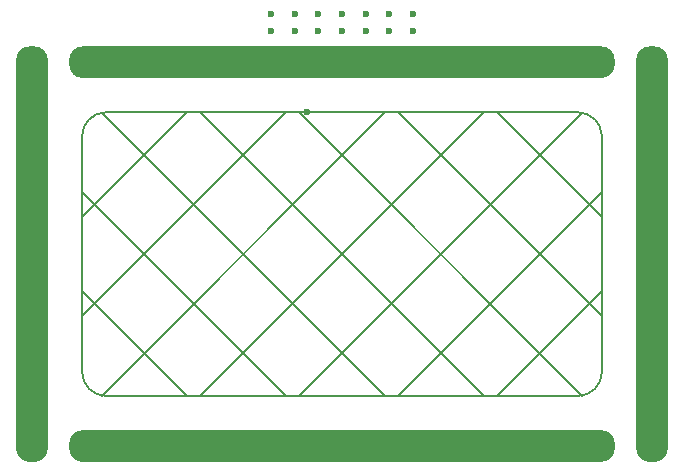
<source format=gbr>
G04 GENERATED BY PULSONIX 7.0 GERBER.DLL 4573*
%INHILLSTAR_50X30_EL_V1_0*%
%LNGERBER_TOP*%
%FSLAX33Y33*%
%IPPOS*%
%LPD*%
%OFA0B0*%
%MOMM*%
%ADD180C,0.600*%
%ADD345C,0.150*%
X0Y0D02*
D02*
D180*
X104028Y132337D03*
X123528Y144237D03*
Y145637D03*
X125528Y144237D03*
Y145637D03*
X126528Y137337D03*
X127528Y141927D03*
Y144237D03*
Y145637D03*
X129528Y144237D03*
Y145637D03*
X130528Y109837D03*
X131528Y144237D03*
Y145637D03*
X133528Y144237D03*
Y145637D03*
X135528Y144237D03*
Y145637D03*
X155028Y132337D03*
D02*
D345*
X103528Y142837D02*
X103028D01*
G75*
G03X102028Y141837J-1000*
G01*
Y108837*
G75*
G03X103028Y107837I1000*
G01*
X103528*
G75*
G03X104528Y108837J1000*
G01*
Y141837*
G75*
G03X103528Y142837I-1000*
G01*
G36*
X103028*
G75*
G03X102028Y141837J-1000*
G01*
Y108837*
G75*
G03X103028Y107837I1000*
G01*
X103528*
G75*
G03X104528Y108837J1000*
G01*
Y141837*
G75*
G03X103528Y142837I-1000*
G01*
G37*
X106528Y109337D02*
Y108837D01*
G75*
G03X107528Y107837I1000*
G01*
X151528*
G75*
G03X152528Y108837J1000*
G01*
Y109337*
G75*
G03X151528Y110337I-1000*
G01*
X107528*
G75*
G03X106528Y109337J-1000*
G01*
G36*
Y108837*
G75*
G03X107528Y107837I1000*
G01*
X151528*
G75*
G03X152528Y108837J1000*
G01*
Y109337*
G75*
G03X151528Y110337I-1000*
G01*
X107528*
G75*
G03X106528Y109337J-1000*
G01*
G37*
Y141837D02*
Y141337D01*
G75*
G03X107528Y140337I1000*
G01*
X151528*
G75*
G03X152528Y141337J1000*
G01*
Y141837*
G75*
G03X151528Y142837I-1000*
G01*
X107528*
G75*
G03X106528Y141837J-1000*
G01*
G36*
Y141337*
G75*
G03X107528Y140337I1000*
G01*
X151528*
G75*
G03X152528Y141337J1000*
G01*
Y141837*
G75*
G03X151528Y142837I-1000*
G01*
X107528*
G75*
G03X106528Y141837J-1000*
G01*
G37*
X109528Y137337D02*
G75*
G03X107528Y135337J-2000D01*
G01*
Y115337*
G75*
G03X109528Y113337I2000*
G01*
X149528*
G75*
G03X151528Y115337J2000*
G01*
Y135337*
G75*
G03X149528Y137337I-2000*
G01*
X109528*
X142662Y113337D02*
X151528Y122203D01*
X134284Y113337D02*
X151528Y130581D01*
X125906Y113337D02*
X149876Y137307D01*
X117528Y113337D02*
X141528Y137337D01*
X109181Y113367D02*
X133150Y137337D01*
X107528Y120093D02*
X124772Y137337D01*
X107528Y128471D02*
X116395Y137337D01*
Y113337D02*
X107528Y122203D01*
X124772Y113337D02*
X107528Y130581D01*
X133150Y113337D02*
X109181Y137307D01*
X141528Y113337D02*
X117528Y137337D01*
X149876Y113367D02*
X125906Y137337D01*
X151528Y120093D02*
X134284Y137337D01*
X151528Y128471D02*
X142662Y137337D01*
X154528Y141837D02*
Y108837D01*
G75*
G03X155528Y107837I1000*
G01*
X156028*
G75*
G03X157028Y108837J1000*
G01*
Y141837*
G75*
G03X156028Y142837I-1000*
G01*
X155528*
G75*
G03X154528Y141837J-1000*
G01*
G36*
Y108837*
G75*
G03X155528Y107837I1000*
G01*
X156028*
G75*
G03X157028Y108837J1000*
G01*
Y141837*
G75*
G03X156028Y142837I-1000*
G01*
X155528*
G75*
G03X154528Y141837J-1000*
G01*
G37*
X0Y0D02*
M02*

</source>
